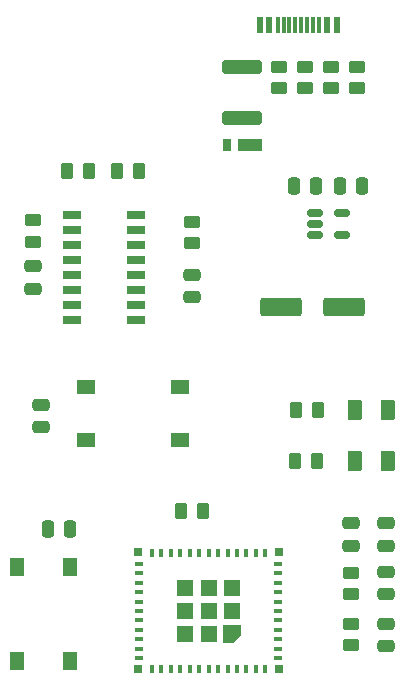
<source format=gbr>
%TF.GenerationSoftware,KiCad,Pcbnew,(6.0.11-0)*%
%TF.CreationDate,2024-01-24T14:38:53+01:00*%
%TF.ProjectId,Layblar_PCB,4c617962-6c61-4725-9f50-43422e6b6963,rev?*%
%TF.SameCoordinates,Original*%
%TF.FileFunction,Paste,Top*%
%TF.FilePolarity,Positive*%
%FSLAX46Y46*%
G04 Gerber Fmt 4.6, Leading zero omitted, Abs format (unit mm)*
G04 Created by KiCad (PCBNEW (6.0.11-0)) date 2024-01-24 14:38:53*
%MOMM*%
%LPD*%
G01*
G04 APERTURE LIST*
G04 Aperture macros list*
%AMRoundRect*
0 Rectangle with rounded corners*
0 $1 Rounding radius*
0 $2 $3 $4 $5 $6 $7 $8 $9 X,Y pos of 4 corners*
0 Add a 4 corners polygon primitive as box body*
4,1,4,$2,$3,$4,$5,$6,$7,$8,$9,$2,$3,0*
0 Add four circle primitives for the rounded corners*
1,1,$1+$1,$2,$3*
1,1,$1+$1,$4,$5*
1,1,$1+$1,$6,$7*
1,1,$1+$1,$8,$9*
0 Add four rect primitives between the rounded corners*
20,1,$1+$1,$2,$3,$4,$5,0*
20,1,$1+$1,$4,$5,$6,$7,0*
20,1,$1+$1,$6,$7,$8,$9,0*
20,1,$1+$1,$8,$9,$2,$3,0*%
%AMFreePoly0*
4,1,6,0.725000,-0.725000,-0.725000,-0.725000,-0.725000,0.125000,-0.125000,0.725000,0.725000,0.725000,0.725000,-0.725000,0.725000,-0.725000,$1*%
G04 Aperture macros list end*
%ADD10RoundRect,0.250000X-0.262500X-0.450000X0.262500X-0.450000X0.262500X0.450000X-0.262500X0.450000X0*%
%ADD11RoundRect,0.150000X-0.512500X-0.150000X0.512500X-0.150000X0.512500X0.150000X-0.512500X0.150000X0*%
%ADD12R,1.550000X1.300000*%
%ADD13R,0.600000X1.450000*%
%ADD14R,0.300000X1.450000*%
%ADD15RoundRect,0.250000X-0.450000X0.262500X-0.450000X-0.262500X0.450000X-0.262500X0.450000X0.262500X0*%
%ADD16RoundRect,0.250000X0.375000X0.625000X-0.375000X0.625000X-0.375000X-0.625000X0.375000X-0.625000X0*%
%ADD17RoundRect,0.250000X0.262500X0.450000X-0.262500X0.450000X-0.262500X-0.450000X0.262500X-0.450000X0*%
%ADD18RoundRect,0.250000X0.450000X-0.262500X0.450000X0.262500X-0.450000X0.262500X-0.450000X-0.262500X0*%
%ADD19RoundRect,0.250000X0.475000X-0.250000X0.475000X0.250000X-0.475000X0.250000X-0.475000X-0.250000X0*%
%ADD20R,1.300000X1.550000*%
%ADD21RoundRect,0.250000X-0.475000X0.250000X-0.475000X-0.250000X0.475000X-0.250000X0.475000X0.250000X0*%
%ADD22RoundRect,0.250000X0.250000X0.475000X-0.250000X0.475000X-0.250000X-0.475000X0.250000X-0.475000X0*%
%ADD23RoundRect,0.250000X-0.250000X-0.475000X0.250000X-0.475000X0.250000X0.475000X-0.250000X0.475000X0*%
%ADD24RoundRect,0.250000X-1.450000X0.312500X-1.450000X-0.312500X1.450000X-0.312500X1.450000X0.312500X0*%
%ADD25RoundRect,0.250000X-1.500000X-0.550000X1.500000X-0.550000X1.500000X0.550000X-1.500000X0.550000X0*%
%ADD26R,1.550000X0.650000*%
%ADD27R,2.000000X1.100000*%
%ADD28R,0.800000X1.100000*%
%ADD29R,0.800000X0.400000*%
%ADD30R,0.400000X0.800000*%
%ADD31R,1.450000X1.450000*%
%ADD32FreePoly0,180.000000*%
%ADD33R,0.700000X0.700000*%
G04 APERTURE END LIST*
D10*
%TO.C,R3*%
X54350000Y-51250000D03*
X56175000Y-51250000D03*
%TD*%
D11*
%TO.C,U8*%
X55950000Y-34500000D03*
X55950000Y-35450000D03*
X55950000Y-36400000D03*
X58225000Y-36400000D03*
X58225000Y-34500000D03*
%TD*%
D12*
%TO.C,SW2*%
X44500000Y-53750000D03*
X36550000Y-53750000D03*
X44500000Y-49250000D03*
X36550000Y-49250000D03*
%TD*%
D13*
%TO.C,J2*%
X57787500Y-18595000D03*
X56987500Y-18595000D03*
D14*
X55787500Y-18595000D03*
X54787500Y-18595000D03*
X54287500Y-18595000D03*
X53287500Y-18595000D03*
D13*
X52087500Y-18595000D03*
X51287500Y-18595000D03*
X51287500Y-18595000D03*
X52087500Y-18595000D03*
D14*
X52787500Y-18595000D03*
X53787500Y-18595000D03*
X55287500Y-18595000D03*
X56287500Y-18595000D03*
D13*
X56987500Y-18595000D03*
X57787500Y-18595000D03*
%TD*%
D15*
%TO.C,R11*%
X45537500Y-35287500D03*
X45537500Y-37112500D03*
%TD*%
D16*
%TO.C,D4*%
X62100000Y-51250000D03*
X59300000Y-51250000D03*
%TD*%
D17*
%TO.C,R28*%
X46450000Y-59750000D03*
X44625000Y-59750000D03*
%TD*%
D16*
%TO.C,D3*%
X62150000Y-55500000D03*
X59350000Y-55500000D03*
%TD*%
D18*
%TO.C,R8*%
X52937500Y-23975000D03*
X52937500Y-22150000D03*
%TD*%
D19*
%TO.C,C3*%
X32750000Y-52650000D03*
X32750000Y-50750000D03*
%TD*%
D18*
%TO.C,R6*%
X55137500Y-23962500D03*
X55137500Y-22137500D03*
%TD*%
D15*
%TO.C,R5*%
X57337500Y-22150000D03*
X57337500Y-23975000D03*
%TD*%
D20*
%TO.C,SW1*%
X30750000Y-64500000D03*
X30750000Y-72450000D03*
X35250000Y-72450000D03*
X35250000Y-64500000D03*
%TD*%
D21*
%TO.C,C2*%
X62000000Y-60800000D03*
X62000000Y-62700000D03*
%TD*%
D18*
%TO.C,R21*%
X59000000Y-66800000D03*
X59000000Y-64975000D03*
%TD*%
D17*
%TO.C,R9*%
X36787500Y-30950000D03*
X34962500Y-30950000D03*
%TD*%
D21*
%TO.C,C5*%
X45537500Y-39750000D03*
X45537500Y-41650000D03*
%TD*%
D22*
%TO.C,C10*%
X56050000Y-32250000D03*
X54150000Y-32250000D03*
%TD*%
D15*
%TO.C,R7*%
X59537500Y-22150000D03*
X59537500Y-23975000D03*
%TD*%
D21*
%TO.C,C6*%
X59000000Y-60800000D03*
X59000000Y-62700000D03*
%TD*%
D17*
%TO.C,R10*%
X41037500Y-30950000D03*
X39212500Y-30950000D03*
%TD*%
D19*
%TO.C,C19*%
X62000000Y-71200000D03*
X62000000Y-69300000D03*
%TD*%
D18*
%TO.C,R1*%
X59000000Y-71125000D03*
X59000000Y-69300000D03*
%TD*%
D23*
%TO.C,C1*%
X33350000Y-61250000D03*
X35250000Y-61250000D03*
%TD*%
D24*
%TO.C,F1*%
X49737500Y-22175000D03*
X49737500Y-26450000D03*
%TD*%
D21*
%TO.C,C17*%
X62000000Y-64900000D03*
X62000000Y-66800000D03*
%TD*%
D25*
%TO.C,C7*%
X53050000Y-42500000D03*
X58450000Y-42500000D03*
%TD*%
D21*
%TO.C,C4*%
X32037500Y-39050000D03*
X32037500Y-40950000D03*
%TD*%
D26*
%TO.C,U5*%
X35337500Y-34680000D03*
X35337500Y-35950000D03*
X35337500Y-37220000D03*
X35337500Y-38490000D03*
X35337500Y-39760000D03*
X35337500Y-41030000D03*
X35337500Y-42300000D03*
X35337500Y-43570000D03*
X40787500Y-43570000D03*
X40787500Y-42300000D03*
X40787500Y-41030000D03*
X40787500Y-39760000D03*
X40787500Y-38490000D03*
X40787500Y-37220000D03*
X40787500Y-35950000D03*
X40787500Y-34680000D03*
%TD*%
D15*
%TO.C,R4*%
X32037500Y-35125000D03*
X32037500Y-36950000D03*
%TD*%
D10*
%TO.C,R2*%
X54275000Y-55500000D03*
X56100000Y-55500000D03*
%TD*%
D27*
%TO.C,D1*%
X50437500Y-28750000D03*
D28*
X48537500Y-28750000D03*
%TD*%
D23*
%TO.C,C28*%
X58050000Y-32250000D03*
X59950000Y-32250000D03*
%TD*%
D29*
%TO.C,U1*%
X52850000Y-72225000D03*
X52850000Y-71425000D03*
X52850000Y-70625000D03*
X52850000Y-69825000D03*
X52850000Y-69025000D03*
X52850000Y-68225000D03*
X52850000Y-67425000D03*
X52850000Y-66625000D03*
X52850000Y-65825000D03*
X52850000Y-65025000D03*
X52850000Y-64225000D03*
D30*
X51750000Y-63325000D03*
X50950000Y-63325000D03*
X50150000Y-63325000D03*
X49350000Y-63325000D03*
X48550000Y-63325000D03*
X47750000Y-63325000D03*
X46950000Y-63325000D03*
X46150000Y-63325000D03*
X45350000Y-63325000D03*
X44550000Y-63325000D03*
X43750000Y-63325000D03*
X42950000Y-63325000D03*
X42150000Y-63325000D03*
D29*
X41050000Y-64225000D03*
X41050000Y-65025000D03*
X41050000Y-65825000D03*
X41050000Y-66625000D03*
X41050000Y-67425000D03*
X41050000Y-68225000D03*
X41050000Y-69025000D03*
X41050000Y-69825000D03*
X41050000Y-70625000D03*
X41050000Y-71425000D03*
X41050000Y-72225000D03*
D30*
X42150000Y-73125000D03*
X42950000Y-73125000D03*
X43750000Y-73125000D03*
X44550000Y-73125000D03*
X45350000Y-73125000D03*
X46150000Y-73125000D03*
X46950000Y-73125000D03*
X47750000Y-73125000D03*
X48550000Y-73125000D03*
X49350000Y-73125000D03*
X50150000Y-73125000D03*
X50950000Y-73125000D03*
X51750000Y-73125000D03*
D31*
X46950000Y-68225000D03*
X46950000Y-66250000D03*
D32*
X48925000Y-70200000D03*
D31*
X44975000Y-66250000D03*
X44975000Y-68225000D03*
X48925000Y-68225000D03*
X44975000Y-70200000D03*
X48925000Y-66250000D03*
X46950000Y-70200000D03*
D33*
X41000000Y-73175000D03*
X41000000Y-63275000D03*
X52900000Y-63275000D03*
X52900000Y-73175000D03*
%TD*%
M02*

</source>
